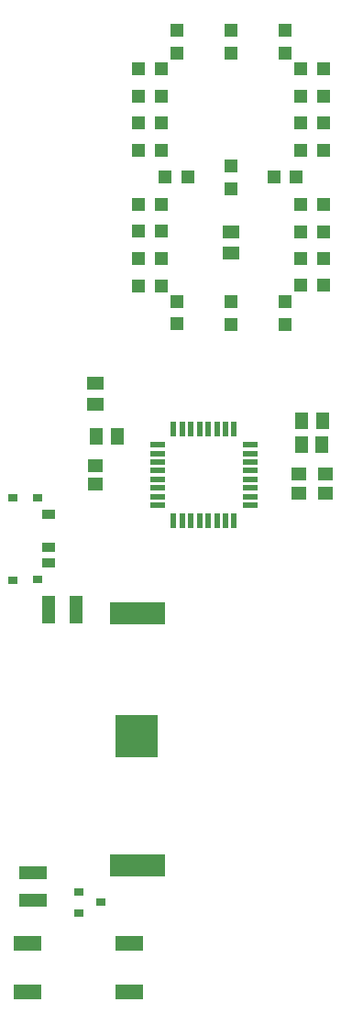
<source format=gtp>
G04 EAGLE Gerber RS-274X export*
G75*
%MOMM*%
%FSLAX34Y34*%
%LPD*%
%INSolderpaste Top*%
%IPPOS*%
%AMOC8*
5,1,8,0,0,1.08239X$1,22.5*%
G01*
%ADD10R,5.050000X2.100000*%
%ADD11R,4.000000X4.000000*%
%ADD12R,1.465300X1.164600*%
%ADD13R,1.200000X1.200000*%
%ADD14R,0.900000X0.800000*%
%ADD15R,1.200000X0.900000*%
%ADD16R,2.600000X1.400000*%
%ADD17R,1.500000X1.300000*%
%ADD18R,1.300000X1.500000*%
%ADD19R,1.461200X0.500800*%
%ADD20R,0.500800X1.461200*%
%ADD21R,2.540000X1.270000*%
%ADD22R,1.270000X2.540000*%
%ADD23R,0.889000X0.787400*%


D10*
X138900Y422200D03*
X138900Y189700D03*
D11*
X138200Y308600D03*
D12*
X99500Y558854D03*
X99500Y541346D03*
X312000Y533221D03*
X312000Y550729D03*
X288000Y533421D03*
X288000Y550929D03*
D13*
X174900Y960600D03*
X174900Y939600D03*
X310550Y749950D03*
X289550Y749950D03*
X310400Y725100D03*
X289400Y725100D03*
X274950Y689450D03*
X274950Y710450D03*
X224825Y689450D03*
X224825Y710450D03*
X174975Y689550D03*
X174975Y710550D03*
X139425Y725025D03*
X160425Y725025D03*
X139425Y750025D03*
X160425Y750025D03*
X139425Y775025D03*
X160425Y775025D03*
X139425Y800025D03*
X160425Y800025D03*
X139425Y850025D03*
X160425Y850025D03*
X225100Y960600D03*
X225100Y939600D03*
X139550Y875025D03*
X160550Y875025D03*
X139425Y900025D03*
X160425Y900025D03*
X139475Y925025D03*
X160475Y925025D03*
X164475Y825025D03*
X185475Y825025D03*
X225100Y814600D03*
X225100Y835600D03*
X285525Y824975D03*
X264525Y824975D03*
X274900Y960600D03*
X274900Y939600D03*
X310600Y925100D03*
X289600Y925100D03*
X310600Y900100D03*
X289600Y900100D03*
X310600Y875100D03*
X289600Y875100D03*
X310600Y850100D03*
X289600Y850100D03*
X310475Y799975D03*
X289475Y799975D03*
X310475Y774975D03*
X289475Y774975D03*
D14*
X46375Y529200D03*
X23725Y529175D03*
X46250Y453350D03*
X23725Y453200D03*
D15*
X56525Y513650D03*
X56525Y468650D03*
X56650Y483650D03*
D16*
X37000Y117600D03*
X131000Y117600D03*
X131000Y72600D03*
X37000Y72600D03*
D17*
X224800Y774400D03*
X224800Y755400D03*
D18*
X119800Y585400D03*
X100800Y585400D03*
X309300Y578400D03*
X290300Y578400D03*
X309600Y600200D03*
X290600Y600200D03*
D17*
X99800Y634600D03*
X99800Y615600D03*
D19*
X157525Y578100D03*
X157525Y570100D03*
X157525Y562100D03*
X157525Y554100D03*
X157525Y546100D03*
X157525Y538100D03*
X157525Y530100D03*
X157525Y522100D03*
D20*
X172025Y507600D03*
X180025Y507600D03*
X188025Y507600D03*
X196025Y507600D03*
X204025Y507600D03*
X212025Y507600D03*
X220025Y507600D03*
X228025Y507600D03*
D19*
X242525Y522100D03*
X242525Y530100D03*
X242525Y538100D03*
X242525Y546100D03*
X242525Y554100D03*
X242525Y562100D03*
X242525Y570100D03*
X242525Y578100D03*
D20*
X228025Y592600D03*
X220025Y592600D03*
X212025Y592600D03*
X204025Y592600D03*
X196025Y592600D03*
X188025Y592600D03*
X180025Y592600D03*
X172025Y592600D03*
D21*
X42000Y157300D03*
X42000Y182700D03*
D22*
X56300Y426000D03*
X81700Y426000D03*
D23*
X84840Y164906D03*
X84840Y145602D03*
X105160Y155254D03*
M02*

</source>
